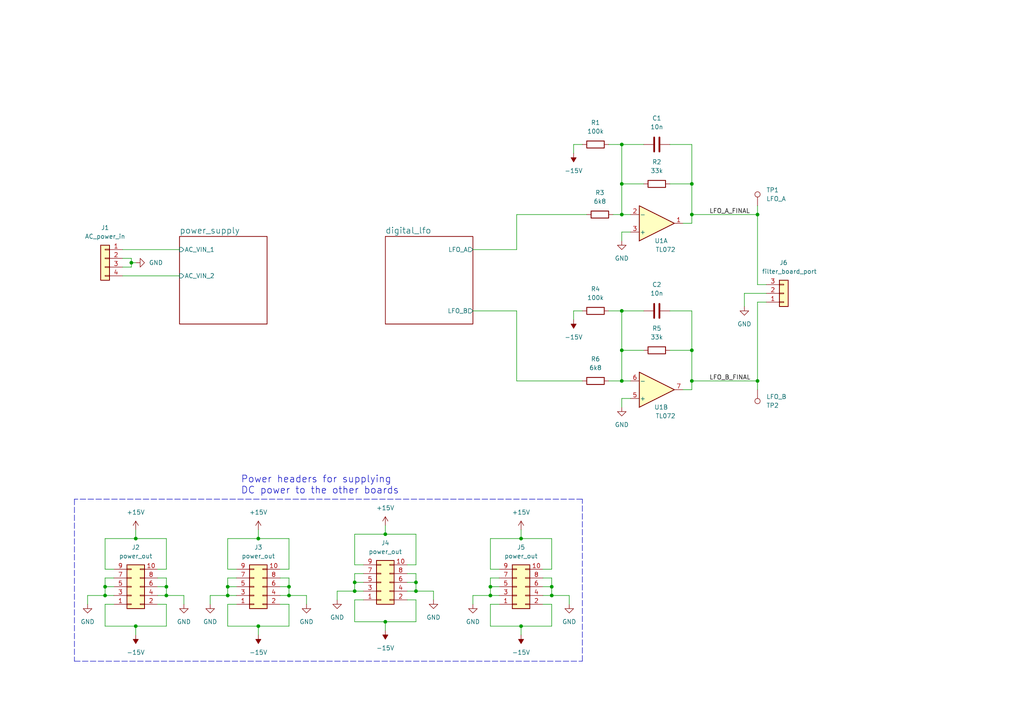
<source format=kicad_sch>
(kicad_sch (version 20211123) (generator eeschema)
  (paper "A4")
  (title_block (title "M.S.M. Stereo Lowpass Filter Pedal") (date "2022-06-07") (rev "0") (comment 2 "creativecommons.org/licenses/by/4.0") (comment 3 "License: CC by 4.0") (comment 4 "Author: Jordan Aceto"))
  (lib_symbols
    (symbol "Amplifier_Operational:TL072" (pin_names (offset 0.127))
      (property "Reference" "U" (at 0 5.08 0))
      (property "Value" "TL072" (at 0 -5.08 0))
      (symbol "TL072_1_1"
        (polyline (pts (xy -5.08 5.08) (xy 5.08 0) (xy -5.08 -5.08) (xy -5.08 5.08)) (stroke (width 0.254)) (fill (type background)))
        (pin output line (at 7.62 0 180) (length 2.54) (name "~") (number "1"))
        (pin input line (at -7.62 -2.54 0) (length 2.54) (name "-") (number "2"))
        (pin input line (at -7.62 2.54 0) (length 2.54) (name "+") (number "3"))
      )
      (symbol "TL072_2_1"
        (polyline (pts (xy -5.08 5.08) (xy 5.08 0) (xy -5.08 -5.08) (xy -5.08 5.08)) (stroke (width 0.254)) (fill (type background)))
        (pin input line (at -7.62 2.54 0) (length 2.54) (name "+") (number "5"))
        (pin input line (at -7.62 -2.54 0) (length 2.54) (name "-") (number "6"))
        (pin output line (at 7.62 0 180) (length 2.54) (name "~") (number "7"))
      )
      (symbol "TL072_3_1"
        (pin power_in line (at -2.54 -7.62 90) (length 3.81) (name "V-") (number "4"))
        (pin power_in line (at -2.54 7.62 270) (length 3.81) (name "V+") (number "8"))
      )
    )
    (symbol "Connector:TestPoint" (pin_numbers hide) (pin_names (offset 0.762) hide)
      (property "Reference" "TP" (at 0 6.858 0))
      (property "Value" "TestPoint" (at 0 5.08 0))
      (symbol "TestPoint_0_1"
        (circle (center 0 3.302) (radius 0.762))
      )
      (symbol "TestPoint_1_1"
        (pin passive line (at 0 0 90) (length 2.54) (name "1") (number "1"))
      )
    )
    (symbol "Connector_Generic:Conn_01x03" (pin_names (offset 1.016) hide)
      (property "Reference" "J" (at 0 5.08 0))
      (property "Value" "Conn_01x03" (at 0 -5.08 0))
      (symbol "Conn_01x03_1_1"
        (rectangle (start -1.27 -2.413) (end 0 -2.667) (stroke (width 0.1524)))
        (rectangle (start -1.27 0.127) (end 0 -0.127) (stroke (width 0.1524)))
        (rectangle (start -1.27 2.667) (end 0 2.413) (stroke (width 0.1524)))
        (rectangle (start -1.27 3.81) (end 1.27 -3.81) (stroke (width 0.254)) (fill (type background)))
        (pin passive line (at -5.08 2.54 0) (length 3.81) (name "Pin_1") (number "1"))
        (pin passive line (at -5.08 0 0) (length 3.81) (name "Pin_2") (number "2"))
        (pin passive line (at -5.08 -2.54 0) (length 3.81) (name "Pin_3") (number "3"))
      )
    )
    (symbol "Connector_Generic:Conn_01x04" (pin_names (offset 1.016) hide)
      (property "Reference" "J" (at 0 5.08 0))
      (property "Value" "Conn_01x04" (at 0 -7.62 0))
      (symbol "Conn_01x04_1_1"
        (rectangle (start -1.27 -4.953) (end 0 -5.207) (stroke (width 0.1524)))
        (rectangle (start -1.27 -2.413) (end 0 -2.667) (stroke (width 0.1524)))
        (rectangle (start -1.27 0.127) (end 0 -0.127) (stroke (width 0.1524)))
        (rectangle (start -1.27 2.667) (end 0 2.413) (stroke (width 0.1524)))
        (rectangle (start -1.27 3.81) (end 1.27 -6.35) (stroke (width 0.254)) (fill (type background)))
        (pin passive line (at -5.08 2.54 0) (length 3.81) (name "Pin_1") (number "1"))
        (pin passive line (at -5.08 0 0) (length 3.81) (name "Pin_2") (number "2"))
        (pin passive line (at -5.08 -2.54 0) (length 3.81) (name "Pin_3") (number "3"))
        (pin passive line (at -5.08 -5.08 0) (length 3.81) (name "Pin_4") (number "4"))
      )
    )
    (symbol "Connector_Generic:Conn_02x05_Odd_Even" (pin_names (offset 1.016) hide)
      (property "Reference" "J" (at 1.27 7.62 0))
      (property "Value" "Conn_02x05_Odd_Even" (at 1.27 -7.62 0))
      (symbol "Conn_02x05_Odd_Even_1_1"
        (rectangle (start -1.27 -4.953) (end 0 -5.207) (stroke (width 0.1524)))
        (rectangle (start -1.27 -2.413) (end 0 -2.667) (stroke (width 0.1524)))
        (rectangle (start -1.27 0.127) (end 0 -0.127) (stroke (width 0.1524)))
        (rectangle (start -1.27 2.667) (end 0 2.413) (stroke (width 0.1524)))
        (rectangle (start -1.27 5.207) (end 0 4.953) (stroke (width 0.1524)))
        (rectangle (start -1.27 6.35) (end 3.81 -6.35) (stroke (width 0.254)) (fill (type background)))
        (rectangle (start 3.81 -4.953) (end 2.54 -5.207) (stroke (width 0.1524)))
        (rectangle (start 3.81 -2.413) (end 2.54 -2.667) (stroke (width 0.1524)))
        (rectangle (start 3.81 0.127) (end 2.54 -0.127) (stroke (width 0.1524)))
        (rectangle (start 3.81 2.667) (end 2.54 2.413) (stroke (width 0.1524)))
        (rectangle (start 3.81 5.207) (end 2.54 4.953) (stroke (width 0.1524)))
        (pin passive line (at -5.08 5.08 0) (length 3.81) (name "Pin_1") (number "1"))
        (pin passive line (at 7.62 -5.08 180) (length 3.81) (name "Pin_10") (number "10"))
        (pin passive line (at 7.62 5.08 180) (length 3.81) (name "Pin_2") (number "2"))
        (pin passive line (at -5.08 2.54 0) (length 3.81) (name "Pin_3") (number "3"))
        (pin passive line (at 7.62 2.54 180) (length 3.81) (name "Pin_4") (number "4"))
        (pin passive line (at -5.08 0 0) (length 3.81) (name "Pin_5") (number "5"))
        (pin passive line (at 7.62 0 180) (length 3.81) (name "Pin_6") (number "6"))
        (pin passive line (at -5.08 -2.54 0) (length 3.81) (name "Pin_7") (number "7"))
        (pin passive line (at 7.62 -2.54 180) (length 3.81) (name "Pin_8") (number "8"))
        (pin passive line (at -5.08 -5.08 0) (length 3.81) (name "Pin_9") (number "9"))
      )
    )
    (symbol "Device:C" (pin_numbers hide) (pin_names (offset 0.254))
      (property "Reference" "C" (at 0.635 2.54 0))
      (property "Value" "C" (at 0.635 -2.54 0))
      (symbol "C_0_1"
        (polyline (pts (xy -2.032 -0.762) (xy 2.032 -0.762)) (stroke (width 0.508)))
        (polyline (pts (xy -2.032 0.762) (xy 2.032 0.762)) (stroke (width 0.508)))
      )
      (symbol "C_1_1"
        (pin passive line (at 0 3.81 270) (length 2.794) (name "~") (number "1"))
        (pin passive line (at 0 -3.81 90) (length 2.794) (name "~") (number "2"))
      )
    )
    (symbol "Device:R" (pin_numbers hide) (pin_names (offset 0))
      (property "Reference" "R" (at 2.032 0 90))
      (property "Value" "R" (at 0 0 90))
      (symbol "R_0_1"
        (rectangle (start -1.016 -2.54) (end 1.016 2.54) (stroke (width 0.254)))
      )
      (symbol "R_1_1"
        (pin passive line (at 0 3.81 270) (length 1.27) (name "~") (number "1"))
        (pin passive line (at 0 -3.81 90) (length 1.27) (name "~") (number "2"))
      )
    )
    (symbol "power:+15V" (power) (pin_names (offset 0))
      (property "Value" "+15V" (at 0 3.556 0))
      (symbol "+15V_0_1"
        (polyline (pts (xy -0.762 1.27) (xy 0 2.54)))
        (polyline (pts (xy 0 0) (xy 0 2.54)))
        (polyline (pts (xy 0 2.54) (xy 0.762 1.27)))
      )
      (symbol "+15V_1_1"
        (pin power_in line (at 0 0 90) (length 0) hide (name "+15V") (number "1"))
      )
    )
    (symbol "power:-15V" (power) (pin_names (offset 0))
      (property "Value" "-15V" (at 0 3.81 0))
      (symbol "-15V_0_0"
        (pin power_in line (at 0 0 90) (length 0) hide (name "-15V") (number "1"))
      )
      (symbol "-15V_0_1"
        (polyline (pts (xy 0 0) (xy 0 1.27) (xy 0.762 1.27) (xy 0 2.54) (xy -0.762 1.27) (xy 0 1.27)) (fill (type outline)))
      )
    )
    (symbol "power:GND" (power) (pin_names (offset 0))
      (property "Value" "GND" (at 0 -3.81 0))
      (symbol "GND_0_1"
        (polyline (pts (xy 0 0) (xy 0 -1.27) (xy 1.27 -1.27) (xy 0 -2.54) (xy -1.27 -1.27) (xy 0 -1.27)))
      )
      (symbol "GND_1_1"
        (pin power_in line (at 0 0 270) (length 0) hide (name "GND") (number "1"))
      )
    )
  )
  (junction (at 83.82 172.72))
  (junction (at 200.66 62.23))
  (junction (at 30.48 172.72))
  (junction (at 66.04 172.72))
  (junction (at 102.87 171.45))
  (junction (at 38.1 76.2))
  (junction (at 142.24 172.72))
  (junction (at 219.71 110.49))
  (junction (at 200.66 53.34))
  (junction (at 200.66 110.49))
  (junction (at 66.04 170.18))
  (junction (at 219.71 62.23))
  (junction (at 111.76 180.34))
  (junction (at 180.34 41.91))
  (junction (at 180.34 101.6))
  (junction (at 74.93 181.61))
  (junction (at 39.37 181.61))
  (junction (at 160.02 170.18))
  (junction (at 48.26 170.18))
  (junction (at 151.13 181.61))
  (junction (at 180.34 90.17))
  (junction (at 180.34 110.49))
  (junction (at 48.26 172.72))
  (junction (at 83.82 170.18))
  (junction (at 102.87 168.91))
  (junction (at 74.93 156.21))
  (junction (at 200.66 101.6))
  (junction (at 180.34 53.34))
  (junction (at 142.24 170.18))
  (junction (at 151.13 156.21))
  (junction (at 39.37 156.21))
  (junction (at 180.34 62.23))
  (junction (at 120.65 168.91))
  (junction (at 160.02 172.72))
  (junction (at 111.76 154.94))
  (junction (at 30.48 170.18))
  (junction (at 120.65 171.45))
  (wire (pts (xy 151.13 153.67) (xy 151.13 156.21)))
  (wire (pts (xy 137.16 175.26) (xy 137.16 172.72)))
  (wire (pts (xy 142.24 170.18) (xy 144.78 170.18)))
  (wire (pts (xy 219.71 113.03) (xy 219.71 110.49)))
  (wire (pts (xy 105.41 173.99) (xy 102.87 173.99)))
  (wire (pts (xy 215.9 85.09) (xy 222.25 85.09)))
  (wire (pts (xy 111.76 180.34) (xy 120.65 180.34)))
  (wire (pts (xy 25.4 175.26) (xy 25.4 172.72)))
  (wire (pts (xy 118.11 171.45) (xy 120.65 171.45)))
  (wire (pts (xy 176.53 90.17) (xy 180.34 90.17)))
  (wire (pts (xy 137.16 90.17) (xy 149.86 90.17)))
  (wire (pts (xy 120.65 168.91) (xy 120.65 166.37)))
  (wire (pts (xy 30.48 170.18) (xy 30.48 172.72)))
  (wire (pts (xy 66.04 181.61) (xy 74.93 181.61)))
  (wire (pts (xy 186.69 90.17) (xy 180.34 90.17)))
  (wire (pts (xy 30.48 165.1) (xy 33.02 165.1)))
  (wire (pts (xy 176.53 41.91) (xy 180.34 41.91)))
  (wire (pts (xy 66.04 167.64) (xy 68.58 167.64)))
  (wire (pts (xy 111.76 180.34) (xy 111.76 182.88)))
  (wire (pts (xy 83.82 156.21) (xy 74.93 156.21)))
  (wire (pts (xy 118.11 168.91) (xy 120.65 168.91)))
  (wire (pts (xy 186.69 41.91) (xy 180.34 41.91)))
  (wire (pts (xy 160.02 175.26) (xy 157.48 175.26)))
  (wire (pts (xy 142.24 167.64) (xy 144.78 167.64)))
  (wire (pts (xy 83.82 181.61) (xy 83.82 175.26)))
  (wire (pts (xy 182.88 110.49) (xy 180.34 110.49)))
  (wire (pts (xy 111.76 154.94) (xy 102.87 154.94)))
  (wire (pts (xy 105.41 171.45) (xy 102.87 171.45)))
  (wire (pts (xy 66.04 156.21) (xy 66.04 165.1)))
  (wire (pts (xy 194.31 53.34) (xy 200.66 53.34)))
  (wire (pts (xy 142.24 167.64) (xy 142.24 170.18)))
  (wire (pts (xy 194.31 101.6) (xy 200.66 101.6)))
  (wire (pts (xy 219.71 59.69) (xy 219.71 62.23)))
  (wire (pts (xy 81.28 167.64) (xy 83.82 167.64)))
  (wire (pts (xy 142.24 156.21) (xy 142.24 165.1)))
  (wire (pts (xy 120.65 173.99) (xy 118.11 173.99)))
  (wire (pts (xy 97.79 171.45) (xy 102.87 171.45)))
  (wire (pts (xy 30.48 181.61) (xy 39.37 181.61)))
  (wire (pts (xy 83.82 165.1) (xy 83.82 156.21)))
  (wire (pts (xy 74.93 156.21) (xy 66.04 156.21)))
  (wire (pts (xy 200.66 90.17) (xy 200.66 101.6)))
  (wire (pts (xy 180.34 53.34) (xy 180.34 62.23)))
  (wire (pts (xy 30.48 175.26) (xy 30.48 181.61)))
  (wire (pts (xy 137.16 172.72) (xy 142.24 172.72)))
  (wire (pts (xy 120.65 154.94) (xy 111.76 154.94)))
  (wire (pts (xy 157.48 167.64) (xy 160.02 167.64)))
  (polyline (pts (xy 168.91 191.77) (xy 168.91 144.78)))
  (wire (pts (xy 33.02 175.26) (xy 30.48 175.26)))
  (wire (pts (xy 180.34 115.57) (xy 182.88 115.57)))
  (wire (pts (xy 177.8 62.23) (xy 180.34 62.23)))
  (wire (pts (xy 81.28 170.18) (xy 83.82 170.18)))
  (wire (pts (xy 120.65 171.45) (xy 120.65 168.91)))
  (wire (pts (xy 102.87 168.91) (xy 102.87 171.45)))
  (polyline (pts (xy 21.59 191.77) (xy 168.91 191.77)))
  (wire (pts (xy 118.11 163.83) (xy 120.65 163.83)))
  (wire (pts (xy 142.24 181.61) (xy 151.13 181.61)))
  (wire (pts (xy 180.34 67.31) (xy 182.88 67.31)))
  (wire (pts (xy 45.72 167.64) (xy 48.26 167.64)))
  (wire (pts (xy 30.48 167.64) (xy 30.48 170.18)))
  (wire (pts (xy 66.04 170.18) (xy 68.58 170.18)))
  (wire (pts (xy 182.88 62.23) (xy 180.34 62.23)))
  (wire (pts (xy 200.66 62.23) (xy 219.71 62.23)))
  (wire (pts (xy 165.1 172.72) (xy 160.02 172.72)))
  (wire (pts (xy 144.78 172.72) (xy 142.24 172.72)))
  (wire (pts (xy 157.48 170.18) (xy 160.02 170.18)))
  (wire (pts (xy 30.48 167.64) (xy 33.02 167.64)))
  (wire (pts (xy 60.96 175.26) (xy 60.96 172.72)))
  (wire (pts (xy 102.87 166.37) (xy 102.87 168.91)))
  (wire (pts (xy 68.58 175.26) (xy 66.04 175.26)))
  (wire (pts (xy 151.13 156.21) (xy 142.24 156.21)))
  (wire (pts (xy 118.11 166.37) (xy 120.65 166.37)))
  (wire (pts (xy 74.93 181.61) (xy 74.93 184.15)))
  (wire (pts (xy 66.04 165.1) (xy 68.58 165.1)))
  (wire (pts (xy 53.34 175.26) (xy 53.34 172.72)))
  (wire (pts (xy 219.71 110.49) (xy 219.71 87.63)))
  (wire (pts (xy 102.87 168.91) (xy 105.41 168.91)))
  (wire (pts (xy 35.56 72.39) (xy 52.07 72.39)))
  (wire (pts (xy 66.04 170.18) (xy 66.04 172.72)))
  (wire (pts (xy 111.76 152.4) (xy 111.76 154.94)))
  (wire (pts (xy 60.96 172.72) (xy 66.04 172.72)))
  (wire (pts (xy 35.56 80.01) (xy 52.07 80.01)))
  (wire (pts (xy 151.13 181.61) (xy 160.02 181.61)))
  (wire (pts (xy 200.66 110.49) (xy 200.66 101.6)))
  (wire (pts (xy 30.48 170.18) (xy 33.02 170.18)))
  (wire (pts (xy 48.26 172.72) (xy 48.26 170.18)))
  (wire (pts (xy 38.1 76.2) (xy 38.1 74.93)))
  (wire (pts (xy 180.34 90.17) (xy 180.34 101.6)))
  (wire (pts (xy 97.79 173.99) (xy 97.79 171.45)))
  (wire (pts (xy 45.72 165.1) (xy 48.26 165.1)))
  (wire (pts (xy 144.78 175.26) (xy 142.24 175.26)))
  (wire (pts (xy 222.25 82.55) (xy 219.71 82.55)))
  (wire (pts (xy 39.37 181.61) (xy 39.37 184.15)))
  (wire (pts (xy 48.26 165.1) (xy 48.26 156.21)))
  (wire (pts (xy 48.26 156.21) (xy 39.37 156.21)))
  (wire (pts (xy 157.48 165.1) (xy 160.02 165.1)))
  (wire (pts (xy 88.9 175.26) (xy 88.9 172.72)))
  (wire (pts (xy 33.02 172.72) (xy 30.48 172.72)))
  (wire (pts (xy 149.86 62.23) (xy 170.18 62.23)))
  (wire (pts (xy 142.24 170.18) (xy 142.24 172.72)))
  (wire (pts (xy 142.24 175.26) (xy 142.24 181.61)))
  (wire (pts (xy 160.02 156.21) (xy 151.13 156.21)))
  (wire (pts (xy 176.53 110.49) (xy 180.34 110.49)))
  (wire (pts (xy 200.66 113.03) (xy 200.66 110.49)))
  (wire (pts (xy 166.37 44.45) (xy 166.37 41.91)))
  (wire (pts (xy 180.34 69.85) (xy 180.34 67.31)))
  (wire (pts (xy 180.34 118.11) (xy 180.34 115.57)))
  (wire (pts (xy 149.86 72.39) (xy 149.86 62.23)))
  (wire (pts (xy 157.48 172.72) (xy 160.02 172.72)))
  (wire (pts (xy 48.26 175.26) (xy 45.72 175.26)))
  (wire (pts (xy 66.04 167.64) (xy 66.04 170.18)))
  (wire (pts (xy 81.28 165.1) (xy 83.82 165.1)))
  (wire (pts (xy 120.65 163.83) (xy 120.65 154.94)))
  (wire (pts (xy 48.26 170.18) (xy 48.26 167.64)))
  (wire (pts (xy 180.34 101.6) (xy 180.34 110.49)))
  (wire (pts (xy 198.12 64.77) (xy 200.66 64.77)))
  (wire (pts (xy 125.73 173.99) (xy 125.73 171.45)))
  (wire (pts (xy 200.66 62.23) (xy 200.66 53.34)))
  (wire (pts (xy 39.37 156.21) (xy 30.48 156.21)))
  (wire (pts (xy 180.34 41.91) (xy 180.34 53.34)))
  (wire (pts (xy 180.34 53.34) (xy 186.69 53.34)))
  (wire (pts (xy 151.13 181.61) (xy 151.13 184.15)))
  (wire (pts (xy 30.48 156.21) (xy 30.48 165.1)))
  (wire (pts (xy 45.72 172.72) (xy 48.26 172.72)))
  (wire (pts (xy 200.66 64.77) (xy 200.66 62.23)))
  (wire (pts (xy 68.58 172.72) (xy 66.04 172.72)))
  (wire (pts (xy 102.87 173.99) (xy 102.87 180.34)))
  (wire (pts (xy 180.34 101.6) (xy 186.69 101.6)))
  (wire (pts (xy 39.37 153.67) (xy 39.37 156.21)))
  (wire (pts (xy 53.34 172.72) (xy 48.26 172.72)))
  (wire (pts (xy 198.12 113.03) (xy 200.66 113.03)))
  (wire (pts (xy 149.86 90.17) (xy 149.86 110.49)))
  (wire (pts (xy 160.02 170.18) (xy 160.02 167.64)))
  (wire (pts (xy 200.66 110.49) (xy 219.71 110.49)))
  (wire (pts (xy 83.82 175.26) (xy 81.28 175.26)))
  (wire (pts (xy 166.37 41.91) (xy 168.91 41.91)))
  (wire (pts (xy 166.37 92.71) (xy 166.37 90.17)))
  (wire (pts (xy 160.02 181.61) (xy 160.02 175.26)))
  (wire (pts (xy 194.31 90.17) (xy 200.66 90.17)))
  (wire (pts (xy 102.87 166.37) (xy 105.41 166.37)))
  (wire (pts (xy 25.4 172.72) (xy 30.48 172.72)))
  (wire (pts (xy 38.1 76.2) (xy 39.37 76.2)))
  (wire (pts (xy 160.02 165.1) (xy 160.02 156.21)))
  (wire (pts (xy 74.93 153.67) (xy 74.93 156.21)))
  (wire (pts (xy 38.1 74.93) (xy 35.56 74.93)))
  (wire (pts (xy 215.9 85.09) (xy 215.9 88.9)))
  (wire (pts (xy 74.93 181.61) (xy 83.82 181.61)))
  (wire (pts (xy 165.1 175.26) (xy 165.1 172.72)))
  (wire (pts (xy 200.66 41.91) (xy 200.66 53.34)))
  (wire (pts (xy 66.04 175.26) (xy 66.04 181.61)))
  (wire (pts (xy 35.56 77.47) (xy 38.1 77.47)))
  (wire (pts (xy 219.71 82.55) (xy 219.71 62.23)))
  (wire (pts (xy 81.28 172.72) (xy 83.82 172.72)))
  (wire (pts (xy 194.31 41.91) (xy 200.66 41.91)))
  (wire (pts (xy 83.82 172.72) (xy 83.82 170.18)))
  (wire (pts (xy 160.02 172.72) (xy 160.02 170.18)))
  (wire (pts (xy 219.71 87.63) (xy 222.25 87.63)))
  (wire (pts (xy 39.37 181.61) (xy 48.26 181.61)))
  (wire (pts (xy 137.16 72.39) (xy 149.86 72.39)))
  (polyline (pts (xy 168.91 144.78) (xy 21.59 144.78)))
  (wire (pts (xy 48.26 181.61) (xy 48.26 175.26)))
  (wire (pts (xy 125.73 171.45) (xy 120.65 171.45)))
  (wire (pts (xy 149.86 110.49) (xy 168.91 110.49)))
  (wire (pts (xy 102.87 154.94) (xy 102.87 163.83)))
  (wire (pts (xy 102.87 163.83) (xy 105.41 163.83)))
  (polyline (pts (xy 21.59 144.78) (xy 21.59 191.77)))
  (wire (pts (xy 120.65 180.34) (xy 120.65 173.99)))
  (wire (pts (xy 88.9 172.72) (xy 83.82 172.72)))
  (wire (pts (xy 142.24 165.1) (xy 144.78 165.1)))
  (wire (pts (xy 102.87 180.34) (xy 111.76 180.34)))
  (wire (pts (xy 38.1 77.47) (xy 38.1 76.2)))
  (wire (pts (xy 45.72 170.18) (xy 48.26 170.18)))
  (wire (pts (xy 166.37 90.17) (xy 168.91 90.17)))
  (wire (pts (xy 83.82 170.18) (xy 83.82 167.64)))
  (text "Power headers for supplying\nDC power to the other boards" (at 69.85 143.51 0) (effects (font (size 2 2)) (justify left bottom)))
  (label "LFO_B_FINAL" (at 205.74 110.49 0))
  (label "LFO_A_FINAL" (at 205.74 62.23 0))
  (symbol (lib_id "power:GND") (at 60.96 175.26 0) (mirror y) (unit 1)
    (property "Reference" "#PWR014" (effects hide))
    (property "Value" "GND" (at 60.96 180.34 0))
  )
  (symbol (lib_id "Device:R") (at 190.5 101.6 90) (unit 1)
    (property "Reference" "R5" (at 190.5 95.25 90))
    (property "Value" "33k" (at 190.5 97.79 90))
    (property "Footprint" "Resistor_SMD:R_0805_2012Metric" (effects hide))
  )
  (symbol (lib_id "Device:C") (at 190.5 90.17 90) (unit 1)
    (property "Reference" "C2" (at 190.5 82.55 90))
    (property "Value" "10n" (at 190.5 85.09 90))
    (property "Footprint" "Capacitor_SMD:C_0805_2012Metric" (effects hide))
  )
  (symbol (lib_id "power:+15V") (at 74.93 153.67 0) (unit 1)
    (property "Reference" "#PWR08" (effects hide))
    (property "Value" "+15V" (at 74.93 148.59 0))
  )
  (symbol (lib_id "power:GND") (at 215.9 88.9 0) (unit 1)
    (property "Reference" "#PWR03" (effects hide))
    (property "Value" "GND" (at 215.9 93.98 0))
  )
  (symbol (lib_id "Device:R") (at 172.72 90.17 90) (unit 1)
    (property "Reference" "R4" (at 172.72 83.82 90))
    (property "Value" "100k" (at 172.72 86.36 90))
    (property "Footprint" "Resistor_SMD:R_0805_2012Metric" (effects hide))
  )
  (symbol (lib_id "power:GND") (at 88.9 175.26 0) (unit 1)
    (property "Reference" "#PWR015" (effects hide))
    (property "Value" "GND" (at 88.9 180.34 0))
  )
  (symbol (lib_id "Device:R") (at 172.72 41.91 90) (unit 1)
    (property "Reference" "R1" (at 172.72 35.56 90))
    (property "Value" "100k" (at 172.72 38.1 90))
    (property "Footprint" "Resistor_SMD:R_0805_2012Metric" (effects hide))
  )
  (symbol (lib_id "Connector_Generic:Conn_02x05_Odd_Even") (at 110.49 168.91 0) (mirror x) (unit 1)
    (property "Reference" "J4" (at 111.76 157.48 0))
    (property "Value" "power_out" (at 111.76 160.02 0))
    (property "Footprint" "Connector_IDC:IDC-Header_2x05_P2.54mm_Vertical" (effects hide))
  )
  (symbol (lib_id "Device:C") (at 190.5 41.91 90) (unit 1)
    (property "Reference" "C1" (at 190.5 34.29 90))
    (property "Value" "10n" (at 190.5 36.83 90))
    (property "Footprint" "Capacitor_SMD:C_0805_2012Metric" (effects hide))
  )
  (symbol (lib_id "power:-15V") (at 151.13 184.15 180) (unit 1)
    (property "Reference" "#PWR021" (effects hide))
    (property "Value" "-15V" (at 151.13 189.23 0))
  )
  (symbol (lib_id "power:GND") (at 97.79 173.99 0) (mirror y) (unit 1)
    (property "Reference" "#PWR010" (effects hide))
    (property "Value" "GND" (at 97.79 179.07 0))
  )
  (symbol (lib_id "Device:R") (at 190.5 53.34 90) (unit 1)
    (property "Reference" "R2" (at 190.5 46.99 90))
    (property "Value" "33k" (at 190.5 49.53 90))
    (property "Footprint" "Resistor_SMD:R_0805_2012Metric" (effects hide))
  )
  (symbol (lib_id "Connector:TestPoint") (at 219.71 113.03 0) (mirror x) (unit 1)
    (property "Reference" "TP2" (at 222.25 117.6021 0) (effects (justify left)))
    (property "Value" "LFO_B" (at 222.25 115.0621 0) (effects (justify left)))
    (property "Footprint" "TestPoint:TestPoint_Keystone_5000-5004_Miniature" (effects hide))
  )
  (symbol (lib_id "power:GND") (at 137.16 175.26 0) (mirror y) (unit 1)
    (property "Reference" "#PWR016" (effects hide))
    (property "Value" "GND" (at 137.16 180.34 0))
  )
  (symbol (lib_id "power:-15V") (at 166.37 92.71 180) (unit 1)
    (property "Reference" "#PWR04" (effects hide))
    (property "Value" "-15V" (at 166.37 97.79 0))
  )
  (symbol (lib_id "Connector:TestPoint") (at 219.71 59.69 0) (unit 1)
    (property "Reference" "TP1" (at 222.25 55.1179 0) (effects (justify left)))
    (property "Value" "LFO_A" (at 222.25 57.6579 0) (effects (justify left)))
    (property "Footprint" "TestPoint:TestPoint_Keystone_5000-5004_Miniature" (effects hide))
  )
  (symbol (lib_id "power:GND") (at 180.34 69.85 0) (unit 1)
    (property "Reference" "#PWR02" (effects hide))
    (property "Value" "GND" (at 180.34 74.93 0))
  )
  (symbol (lib_id "power:-15V") (at 74.93 184.15 180) (unit 1)
    (property "Reference" "#PWR020" (effects hide))
    (property "Value" "-15V" (at 74.93 189.23 0))
  )
  (symbol (lib_id "power:+15V") (at 151.13 153.67 0) (unit 1)
    (property "Reference" "#PWR09" (effects hide))
    (property "Value" "+15V" (at 151.13 148.59 0))
  )
  (symbol (lib_id "Device:R") (at 172.72 110.49 90) (unit 1)
    (property "Reference" "R6" (at 172.72 104.14 90))
    (property "Value" "6k8" (at 172.72 106.68 90))
    (property "Footprint" "Resistor_SMD:R_0805_2012Metric" (effects hide))
  )
  (symbol (lib_id "Device:R") (at 173.99 62.23 90) (unit 1)
    (property "Reference" "R3" (at 173.99 55.88 90))
    (property "Value" "6k8" (at 173.99 58.42 90))
    (property "Footprint" "Resistor_SMD:R_0805_2012Metric" (effects hide))
  )
  (symbol (lib_id "Connector_Generic:Conn_01x03") (at 227.33 85.09 0) (mirror x) (unit 1)
    (property "Reference" "J6" (at 226.06 76.2 0) (effects (justify left)))
    (property "Value" "filter_board_port" (at 220.98 78.74 0) (effects (justify left)))
    (property "Footprint" "Connector_Molex:Molex_KK-254_AE-6410-03A_1x03_P2.54mm_Vertical" (effects hide))
  )
  (symbol (lib_id "Connector_Generic:Conn_02x05_Odd_Even") (at 73.66 170.18 0) (mirror x) (unit 1)
    (property "Reference" "J3" (at 74.93 158.75 0))
    (property "Value" "power_out" (at 74.93 161.29 0))
    (property "Footprint" "Connector_IDC:IDC-Header_2x05_P2.54mm_Vertical" (effects hide))
  )
  (symbol (lib_id "power:-15V") (at 166.37 44.45 180) (unit 1)
    (property "Reference" "#PWR01" (effects hide))
    (property "Value" "-15V" (at 166.37 49.53 0))
  )
  (symbol (lib_id "Connector_Generic:Conn_02x05_Odd_Even") (at 149.86 170.18 0) (mirror x) (unit 1)
    (property "Reference" "J5" (at 151.13 158.75 0))
    (property "Value" "power_out" (at 151.13 161.29 0))
    (property "Footprint" "Connector_IDC:IDC-Header_2x05_P2.54mm_Vertical" (effects hide))
  )
  (symbol (lib_id "Connector_Generic:Conn_01x04") (at 30.48 74.93 0) (mirror y) (unit 1)
    (property "Reference" "J1" (at 30.48 66.04 0))
    (property "Value" "AC_power_in" (at 30.48 68.58 0))
    (property "Footprint" "Connector_Molex:Molex_Mini-Fit_Jr_5566-04A_2x02_P4.20mm_Vertical" (effects hide))
  )
  (symbol (lib_id "Connector_Generic:Conn_02x05_Odd_Even") (at 38.1 170.18 0) (mirror x) (unit 1)
    (property "Reference" "J2" (at 39.37 158.75 0))
    (property "Value" "power_out" (at 39.37 161.29 0))
    (property "Footprint" "Connector_IDC:IDC-Header_2x05_P2.54mm_Vertical" (effects hide))
  )
  (symbol (lib_id "power:-15V") (at 111.76 182.88 180) (unit 1)
    (property "Reference" "#PWR018" (effects hide))
    (property "Value" "-15V" (at 111.76 187.96 0))
  )
  (symbol (lib_id "power:GND") (at 53.34 175.26 0) (unit 1)
    (property "Reference" "#PWR013" (effects hide))
    (property "Value" "GND" (at 53.34 180.34 0))
  )
  (symbol (lib_id "power:+15V") (at 111.76 152.4 0) (unit 1)
    (property "Reference" "#PWR06" (effects hide))
    (property "Value" "+15V" (at 111.76 147.32 0))
  )
  (symbol (lib_id "power:GND") (at 39.37 76.2 90) (unit 1)
    (property "Reference" "#PWR022" (effects hide))
    (property "Value" "GND" (at 43.18 76.1999 90) (effects (justify right)))
  )
  (symbol (lib_id "Amplifier_Operational:TL072") (at 190.5 113.03 0) (mirror x) (unit 2)
    (property "Reference" "U1" (at 191.77 118.11 0))
    (property "Value" "TL072" (at 193.04 120.65 0))
    (property "Footprint" "Package_SO:SOIC-8_3.9x4.9mm_P1.27mm" (effects hide))
    (property "Datasheet" "http://www.ti.com/lit/ds/symlink/tl071.pdf" (effects hide))
  )
  (symbol (lib_id "power:GND") (at 125.73 173.99 0) (unit 1)
    (property "Reference" "#PWR011" (effects hide))
    (property "Value" "GND" (at 125.73 179.07 0))
  )
  (symbol (lib_id "power:-15V") (at 39.37 184.15 180) (unit 1)
    (property "Reference" "#PWR019" (effects hide))
    (property "Value" "-15V" (at 39.37 189.23 0))
  )
  (symbol (lib_id "power:GND") (at 180.34 118.11 0) (unit 1)
    (property "Reference" "#PWR05" (effects hide))
    (property "Value" "GND" (at 180.34 123.19 0))
  )
  (symbol (lib_id "Amplifier_Operational:TL072") (at 190.5 64.77 0) (mirror x) (unit 1)
    (property "Reference" "U1" (at 191.77 69.85 0))
    (property "Value" "TL072" (at 193.04 72.39 0))
    (property "Footprint" "Package_SO:SOIC-8_3.9x4.9mm_P1.27mm" (effects hide))
    (property "Datasheet" "http://www.ti.com/lit/ds/symlink/tl071.pdf" (effects hide))
  )
  (symbol (lib_id "power:GND") (at 165.1 175.26 0) (unit 1)
    (property "Reference" "#PWR017" (effects hide))
    (property "Value" "GND" (at 165.1 180.34 0))
  )
  (symbol (lib_id "power:GND") (at 25.4 175.26 0) (mirror y) (unit 1)
    (property "Reference" "#PWR012" (effects hide))
    (property "Value" "GND" (at 25.4 180.34 0))
  )
  (symbol (lib_id "power:+15V") (at 39.37 153.67 0) (unit 1)
    (property "Reference" "#PWR07" (effects hide))
    (property "Value" "+15V" (at 39.37 148.59 0))
  )
  (sheet (at 52.07 68.58) (size 25.4 25.4) (stroke (width 0.1524))
    (property "Sheet name" "power_supply" (at 52.07 67.8684 0) (effects (font (size 1.75 1.75)) (justify left bottom)))
    (property "Sheet file" "power_supply.kicad_sch" (effects hide))
    (pin "AC_VIN_2" input (at 52.07 80.01 180))
    (pin "AC_VIN_1" input (at 52.07 72.39 180))
  )
  (sheet (at 111.76 68.58) (size 25.4 25.4)
    (property "Sheet name" "digital_lfo" (at 111.76 67.8684 0) (effects (font (size 1.75 1.75)) (justify left bottom)))
    (property "Sheet file" "digital_lfo.kicad_sch" (effects hide))
    (pin "LFO_A" output (at 137.16 72.39 0))
    (pin "LFO_B" output (at 137.16 90.17 0))
  )
)
</source>
